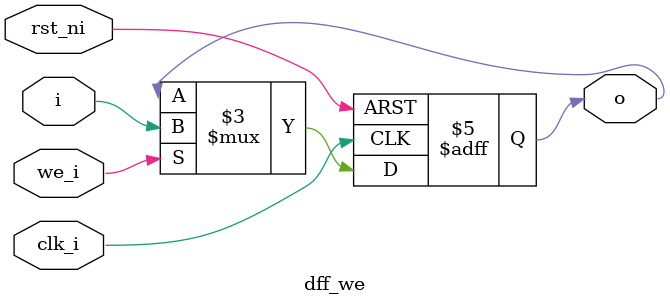
<source format=v>
module dff_we #(
    parameter Width = 1
) (
    input clk_i,
    input rst_ni,
    input we_i,
    input [Width-1 : 0] i,
    output reg [Width-1 : 0] o
);

  always @(posedge clk_i or negedge rst_ni) begin
    if (!rst_ni) begin
      o <= 0;
    end else if (we_i) begin
      o <= i;
    end
  end
endmodule

</source>
